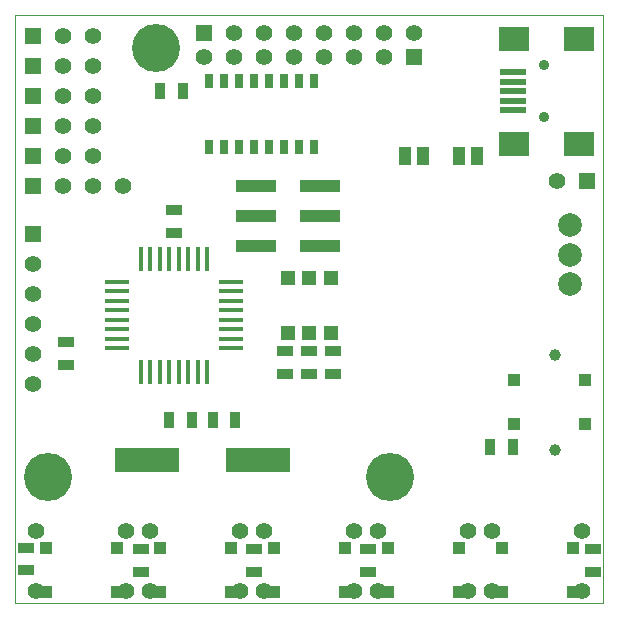
<source format=gts>
G04 (created by PCBNEW (2013-07-07 BZR 4022)-stable) date 11/09/2014 22:00:23*
%MOIN*%
G04 Gerber Fmt 3.4, Leading zero omitted, Abs format*
%FSLAX34Y34*%
G01*
G70*
G90*
G04 APERTURE LIST*
%ADD10C,0.000787402*%
%ADD11C,0.00393701*%
%ADD12R,0.0177X0.0787*%
%ADD13R,0.0787X0.0177*%
%ADD14R,0.055X0.055*%
%ADD15C,0.055*%
%ADD16R,0.025X0.05*%
%ADD17R,0.035X0.055*%
%ADD18R,0.055X0.035*%
%ADD19C,0.0393701*%
%ADD20R,0.2165X0.0787*%
%ADD21C,0.0787*%
%ADD22R,0.135827X0.0401575*%
%ADD23R,0.0394X0.0394*%
%ADD24R,0.0453X0.0453*%
%ADD25R,0.0512X0.0453*%
%ADD26R,0.0906X0.0197*%
%ADD27R,0.0984X0.0787*%
%ADD28C,0.0354*%
%ADD29C,0.16*%
%ADD30R,0.04X0.06*%
G04 APERTURE END LIST*
G54D10*
G54D11*
X20000Y-36200D02*
X20000Y-16600D01*
X39600Y-36200D02*
X20000Y-36200D01*
X39600Y-16600D02*
X39600Y-36200D01*
X20000Y-16600D02*
X39600Y-16600D01*
G54D12*
X26393Y-28496D03*
X26078Y-28496D03*
X25763Y-28496D03*
X25448Y-28496D03*
X25133Y-28496D03*
X24818Y-28496D03*
X24503Y-28496D03*
X24188Y-28496D03*
X24190Y-24730D03*
X26400Y-24730D03*
X26080Y-24730D03*
X25760Y-24730D03*
X25450Y-24730D03*
X25130Y-24730D03*
X24820Y-24730D03*
X24500Y-24730D03*
G54D13*
X23400Y-27712D03*
X23400Y-27398D03*
X23400Y-27082D03*
X23400Y-26768D03*
X23400Y-26452D03*
X23400Y-26138D03*
X23400Y-25822D03*
X23400Y-25508D03*
X27180Y-27710D03*
X27180Y-27400D03*
X27180Y-27080D03*
X27180Y-26770D03*
X27180Y-26460D03*
X27180Y-26140D03*
X27180Y-25820D03*
X27180Y-25500D03*
G54D14*
X26300Y-17200D03*
G54D15*
X27300Y-17200D03*
X28300Y-17200D03*
X29300Y-17200D03*
X30300Y-17200D03*
X31300Y-17200D03*
X32300Y-17200D03*
X33300Y-17200D03*
X23700Y-33800D03*
X23700Y-35800D03*
X20700Y-33800D03*
X20700Y-35800D03*
X27500Y-33800D03*
X27500Y-35800D03*
X24500Y-33800D03*
X24500Y-35800D03*
X31300Y-33800D03*
X31300Y-35800D03*
X28300Y-33800D03*
X28300Y-35800D03*
X35100Y-33800D03*
X35100Y-35800D03*
X32100Y-33800D03*
X32100Y-35800D03*
X38900Y-33800D03*
X38900Y-35800D03*
X35900Y-33800D03*
X35900Y-35800D03*
G54D14*
X33300Y-18000D03*
G54D15*
X32300Y-18000D03*
X31300Y-18000D03*
X30300Y-18000D03*
X29300Y-18000D03*
X28300Y-18000D03*
X27300Y-18000D03*
X26300Y-18000D03*
G54D14*
X20600Y-23900D03*
G54D15*
X20600Y-24900D03*
X20600Y-25900D03*
X20600Y-26900D03*
X20600Y-27900D03*
X20600Y-28900D03*
G54D14*
X20600Y-18300D03*
G54D15*
X21600Y-18300D03*
X22600Y-18300D03*
G54D14*
X20600Y-21300D03*
G54D15*
X21600Y-21300D03*
X22600Y-21300D03*
G54D14*
X20600Y-20300D03*
G54D15*
X21600Y-20300D03*
X22600Y-20300D03*
G54D14*
X20600Y-19300D03*
G54D15*
X21600Y-19300D03*
X22600Y-19300D03*
G54D14*
X20600Y-17300D03*
G54D15*
X21600Y-17300D03*
X22600Y-17300D03*
G54D16*
X26450Y-21000D03*
X26950Y-21000D03*
X27450Y-21000D03*
X27950Y-21000D03*
X28450Y-21000D03*
X28950Y-21000D03*
X29450Y-21000D03*
X29950Y-21000D03*
X29950Y-18800D03*
X29450Y-18800D03*
X28950Y-18800D03*
X28450Y-18800D03*
X27950Y-18800D03*
X27450Y-18800D03*
X26950Y-18800D03*
X26450Y-18800D03*
G54D17*
X35825Y-31000D03*
X36575Y-31000D03*
X25125Y-30100D03*
X25875Y-30100D03*
X27325Y-30100D03*
X26575Y-30100D03*
G54D18*
X25300Y-23875D03*
X25300Y-23125D03*
X21700Y-27525D03*
X21700Y-28275D03*
G54D19*
X38000Y-27959D03*
X38000Y-31100D03*
G54D20*
X28100Y-31450D03*
X24400Y-31450D03*
G54D14*
X20600Y-22300D03*
G54D15*
X21600Y-22300D03*
X22600Y-22300D03*
X23600Y-22300D03*
G54D17*
X25575Y-19150D03*
X24825Y-19150D03*
G54D21*
X38500Y-25584D03*
X38500Y-24600D03*
X38500Y-23616D03*
G54D22*
X30172Y-24300D03*
X28027Y-24300D03*
X28027Y-22300D03*
X30172Y-22300D03*
X28027Y-23300D03*
X30172Y-23300D03*
G54D18*
X29000Y-28575D03*
X29000Y-27825D03*
X29800Y-28575D03*
X29800Y-27825D03*
X30600Y-28575D03*
X30600Y-27825D03*
G54D23*
X36619Y-28772D03*
X38981Y-30228D03*
X36619Y-30228D03*
X38981Y-28772D03*
X21019Y-34372D03*
X23381Y-35828D03*
X21019Y-35828D03*
X23381Y-34372D03*
X24819Y-34372D03*
X27181Y-35828D03*
X24819Y-35828D03*
X27181Y-34372D03*
X28619Y-34372D03*
X30981Y-35828D03*
X28619Y-35828D03*
X30981Y-34372D03*
X32419Y-34372D03*
X34781Y-35828D03*
X32419Y-35828D03*
X34781Y-34372D03*
X36219Y-34372D03*
X38581Y-35828D03*
X36219Y-35828D03*
X38581Y-34372D03*
G54D14*
X39050Y-22150D03*
G54D15*
X38050Y-22150D03*
G54D24*
X29081Y-25394D03*
G54D25*
X29800Y-25394D03*
G54D24*
X30519Y-25394D03*
X30519Y-27205D03*
G54D25*
X29800Y-27205D03*
G54D24*
X29081Y-27205D03*
G54D18*
X20350Y-34375D03*
X20350Y-35125D03*
X24200Y-34425D03*
X24200Y-35175D03*
X27950Y-34425D03*
X27950Y-35175D03*
X31750Y-34425D03*
X31750Y-35175D03*
X39250Y-34425D03*
X39250Y-35175D03*
G54D26*
X36592Y-19780D03*
X36592Y-19465D03*
X36592Y-19150D03*
X36592Y-18835D03*
X36592Y-18520D03*
G54D27*
X36631Y-20902D03*
X38796Y-20902D03*
X36631Y-17398D03*
X38796Y-17398D03*
G54D28*
X37615Y-20016D03*
X37615Y-18284D03*
G54D29*
X21100Y-32000D03*
X24700Y-17700D03*
X32500Y-32000D03*
G54D30*
X35400Y-21300D03*
X34800Y-21300D03*
X33600Y-21300D03*
X33000Y-21300D03*
M02*

</source>
